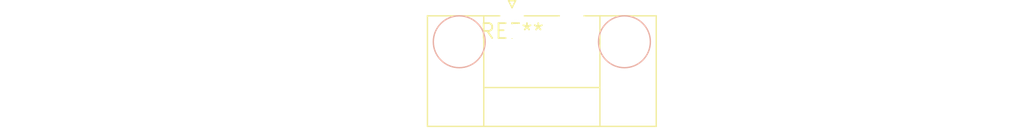
<source format=kicad_pcb>
(kicad_pcb (version 20240108) (generator pcbnew)
  (layers (0 "F.Cu" signal) (31 "B.Cu" signal) (34 "B.Paste" user) (35 "F.Paste" user) (36 "B.SilkS" user "B.Silkscreen") (37 "F.SilkS" user "F.Silkscreen") (38 "B.Mask" user) (39 "F.Mask" user) (44 "Edge.Cuts" user))
  (net 0 "")
  (footprint "PhoenixContact_MC_1,5_2-GF-5.08_1x02_P5.08mm_Horizontal_ThreadedFlange_MountHole" (layer "F.Cu") (at 0 0)
    (property "Reference" "REF**")
    (property "Value" "PhoenixContact_MC_1,5_2-GF-5.08_1x02_P5.08mm_Horizontal_ThreadedFlange_MountHole")
    (fp_circle (center -4.5 0.9) (end -2.29 0.9) (layer "B.SilkS") (stroke (width 0.12)) (fill none))
    (fp_circle (center 9.58 0.9) (end 11.79 0.9) (layer "B.SilkS") (stroke (width 0.12)) (fill none))
    (fp_line (start -7.21 -1.31) (end -7.21 8.11) (layer "F.SilkS") (stroke (width 0.12)))
    (fp_line (start -7.21 -1.31) (end -1.05 -1.31) (layer "F.SilkS") (stroke (width 0.12)))
    (fp_line (start -7.21 8.11) (end 12.29 8.11) (layer "F.SilkS") (stroke (width 0.12)))
    (fp_line (start -2.41 -1.31) (end -2.41 8.11) (layer "F.SilkS") (stroke (width 0.12)))
    (fp_line (start -2.41 4.8) (end 7.49 4.8) (layer "F.SilkS") (stroke (width 0.12)))
    (fp_line (start -0.3 -2.6) (end 0.3 -2.6) (layer "F.SilkS") (stroke (width 0.12)))
    (fp_line (start 0 -2) (end -0.3 -2.6) (layer "F.SilkS") (stroke (width 0.12)))
    (fp_line (start 0.3 -2.6) (end 0 -2) (layer "F.SilkS") (stroke (width 0.12)))
    (fp_line (start 1.05 -1.31) (end 4.03 -1.31) (layer "F.SilkS") (stroke (width 0.12)))
    (fp_line (start 7.49 -1.31) (end 7.49 8.11) (layer "F.SilkS") (stroke (width 0.12)))
    (fp_line (start 12.29 -1.31) (end 6.13 -1.31) (layer "F.SilkS") (stroke (width 0.12)))
    (fp_line (start 12.29 8.11) (end 12.29 -1.31) (layer "F.SilkS") (stroke (width 0.12)))
    (pad "" np_thru_hole circle (at -4.5 0.9) (size 2.4 2.4) (drill 2.4) (layers *.Cu *.Mask))
    (pad "" np_thru_hole circle (at 9.58 0.9) (size 2.4 2.4) (drill 2.4) (layers *.Cu *.Mask))
    (pad "1" thru_hole roundrect (at 0 0) (size 1.8 3.6) (drill 1.2) (layers *.Cu *.Mask) (remove_unused_layers) (roundrect_rratio 0.138889))
    (pad "2" thru_hole oval (at 5.08 0) (size 1.8 3.6) (drill 1.2) (layers *.Cu *.Mask) (remove_unused_layers))
  )
)
</source>
